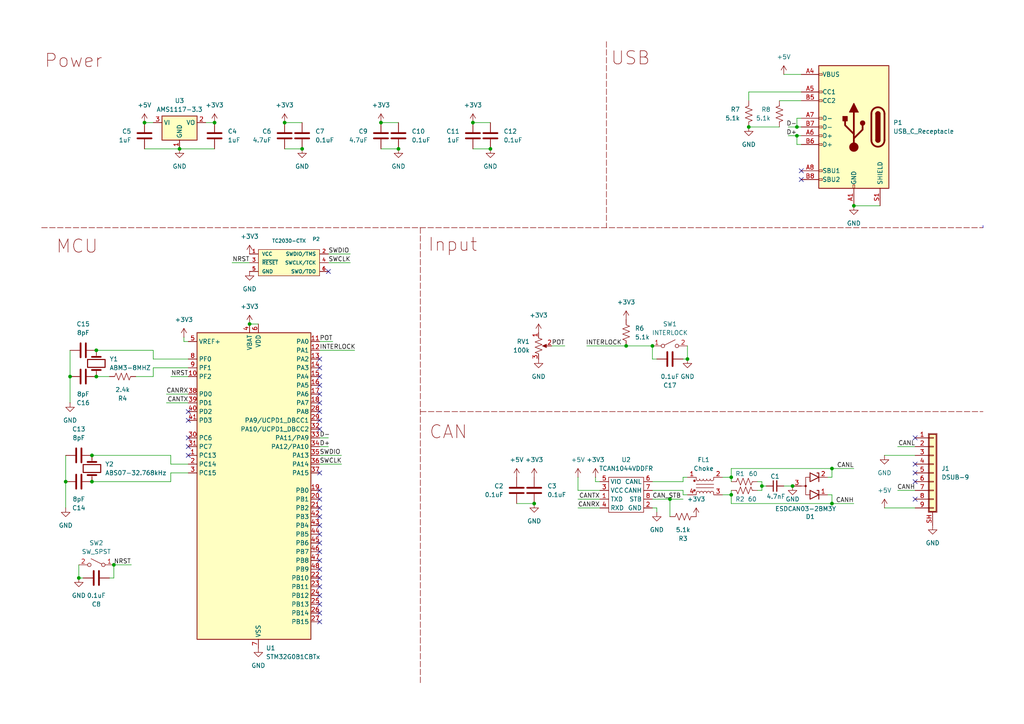
<source format=kicad_sch>
(kicad_sch (version 20231120) (generator "eeschema") (generator_version "8.0")
  (paper "A4")
  (title_block (title "Railspeeder Throttle Controller") (rev "v1") (company "UCSC Slugbotics") (comment 1 "::<>"))
  (lib_symbols
    (symbol "BlazeMicro:TC2030-CTX" (pin_names (offset 1.016))
      (property "Reference" "P" (at -1.27 -5.08 0))
      (property "Value" "TC2030-CTX" (at 0 5.08 0))
      (symbol "TC2030-CTX_0_1"
        (rectangle (start 8.89 3.81) (end -8.89 -3.81) (fill (type background)))
      )
      (symbol "TC2030-CTX_1_1"
        (pin passive line (at -11.43 2.54 0) (length 2.54) (name "VCC") (number "1"))
        (pin passive line (at 11.43 2.54 180) (length 2.54) (name "SWDIO/TMS") (number "2"))
        (pin passive line (at -11.43 0 0) (length 2.54) (name "~{RESET}") (number "3"))
        (pin passive line (at 11.43 0 180) (length 2.54) (name "SWCLK/TCK") (number "4"))
        (pin passive line (at -11.43 -2.54 0) (length 2.54) (name "GND") (number "5"))
        (pin passive line (at 11.43 -2.54 180) (length 2.54) (name "SWO/TDO") (number "6"))
      )
    )
    (symbol "Blaze_Lib:TCAN1044"
      (property "Reference" "U" (at 0 8.636 0))
      (property "Value" "TCAN1044VDDFR" (at -0.254 6.604 0))
      (symbol "TCAN1044_0_0"
        (pin output line (at -7.62 -1.27 0) (length 2.54) (name "TXD") (number "1"))
        (pin passive line (at 7.62 -3.81 180) (length 2.54) (name "GND") (number "2"))
        (pin power_in line (at -7.62 1.27 0) (length 2.54) (name "VCC") (number "3"))
        (pin input line (at -7.62 -3.81 0) (length 2.54) (name "RXD") (number "4"))
        (pin power_in line (at -7.62 3.81 0) (length 2.54) (name "VIO") (number "5"))
        (pin bidirectional line (at 7.62 3.81 180) (length 2.54) (name "CANL") (number "6"))
        (pin bidirectional line (at 7.62 1.27 180) (length 2.54) (name "CANH") (number "7"))
        (pin input line (at 7.62 -1.27 180) (length 2.54) (name "STB") (number "8"))
      )
      (symbol "TCAN1044_0_1"
        (rectangle (start -5.08 5.08) (end 5.08 -5.08))
      )
    )
    (symbol "Connector:USB_C_Receptacle_USB2.0_16P" (pin_names (offset 1.016))
      (property "Reference" "J" (at 0 22.225 0))
      (property "Value" "USB_C_Receptacle_USB2.0_16P" (at 0 19.685 0))
      (symbol "USB_C_Receptacle_USB2.0_16P_0_0"
        (rectangle (start -0.254 -17.78) (end 0.254 -16.764))
        (rectangle (start 10.16 -14.986) (end 9.144 -15.494))
        (rectangle (start 10.16 -12.446) (end 9.144 -12.954))
        (rectangle (start 10.16 -4.826) (end 9.144 -5.334))
        (rectangle (start 10.16 -2.286) (end 9.144 -2.794))
        (rectangle (start 10.16 0.254) (end 9.144 -0.254))
        (rectangle (start 10.16 2.794) (end 9.144 2.286))
        (rectangle (start 10.16 7.874) (end 9.144 7.366))
        (rectangle (start 10.16 10.414) (end 9.144 9.906))
        (rectangle (start 10.16 15.494) (end 9.144 14.986))
      )
      (symbol "USB_C_Receptacle_USB2.0_16P_0_1"
        (rectangle (start -10.16 17.78) (end 10.16 -17.78) (stroke (width 0.254)) (fill (type background)))
        (arc (start -8.89 -3.81) (mid -6.985 -5.7067) (end -5.08 -3.81) (stroke (width 0.508)))
        (arc (start -7.62 -3.81) (mid -6.985 -4.4423) (end -6.35 -3.81) (stroke (width 0.254)))
        (arc (start -7.62 -3.81) (mid -6.985 -4.4423) (end -6.35 -3.81) (stroke (width 0.254)) (fill (type outline)))
        (rectangle (start -7.62 -3.81) (end -6.35 3.81) (stroke (width 0.254)) (fill (type outline)))
        (arc (start -6.35 3.81) (mid -6.985 4.4423) (end -7.62 3.81) (stroke (width 0.254)))
        (arc (start -6.35 3.81) (mid -6.985 4.4423) (end -7.62 3.81) (stroke (width 0.254)) (fill (type outline)))
        (arc (start -5.08 3.81) (mid -6.985 5.7067) (end -8.89 3.81) (stroke (width 0.508)))
        (circle (center -2.54 1.143) (radius 0.635) (stroke (width 0.254)) (fill (type outline)))
        (circle (center 0 -5.842) (radius 1.27) (fill (type outline)))
        (polyline (pts (xy -8.89 -3.81) (xy -8.89 3.81)) (stroke (width 0.508)))
        (polyline (pts (xy -5.08 3.81) (xy -5.08 -3.81)) (stroke (width 0.508)))
        (polyline (pts (xy 0 -5.842) (xy 0 4.318)) (stroke (width 0.508)))
        (polyline (pts (xy 0 -3.302) (xy -2.54 -0.762) (xy -2.54 0.508)) (stroke (width 0.508)))
        (polyline (pts (xy 0 -2.032) (xy 2.54 0.508) (xy 2.54 1.778)) (stroke (width 0.508)))
        (polyline (pts (xy -1.27 4.318) (xy 0 6.858) (xy 1.27 4.318) (xy -1.27 4.318)) (stroke (width 0.254)) (fill (type outline)))
        (rectangle (start 1.905 1.778) (end 3.175 3.048) (stroke (width 0.254)) (fill (type outline)))
      )
      (symbol "USB_C_Receptacle_USB2.0_16P_1_1"
        (pin passive line (at 0 -22.86 90) (length 5.08) (name "GND") (number "A1"))
        (pin passive line (at 0 -22.86 90) (length 5.08) hide (name "GND") (number "A12"))
        (pin passive line (at 15.24 15.24 180) (length 5.08) (name "VBUS") (number "A4"))
        (pin bidirectional line (at 15.24 10.16 180) (length 5.08) (name "CC1") (number "A5"))
        (pin bidirectional line (at 15.24 -2.54 180) (length 5.08) (name "D+") (number "A6"))
        (pin bidirectional line (at 15.24 2.54 180) (length 5.08) (name "D-") (number "A7"))
        (pin bidirectional line (at 15.24 -12.7 180) (length 5.08) (name "SBU1") (number "A8"))
        (pin passive line (at 15.24 15.24 180) (length 5.08) hide (name "VBUS") (number "A9"))
        (pin passive line (at 0 -22.86 90) (length 5.08) hide (name "GND") (number "B1"))
        (pin passive line (at 0 -22.86 90) (length 5.08) hide (name "GND") (number "B12"))
        (pin passive line (at 15.24 15.24 180) (length 5.08) hide (name "VBUS") (number "B4"))
        (pin bidirectional line (at 15.24 7.62 180) (length 5.08) (name "CC2") (number "B5"))
        (pin bidirectional line (at 15.24 -5.08 180) (length 5.08) (name "D+") (number "B6"))
        (pin bidirectional line (at 15.24 0 180) (length 5.08) (name "D-") (number "B7"))
        (pin bidirectional line (at 15.24 -15.24 180) (length 5.08) (name "SBU2") (number "B8"))
        (pin passive line (at 15.24 15.24 180) (length 5.08) hide (name "VBUS") (number "B9"))
        (pin passive line (at -7.62 -22.86 90) (length 5.08) (name "SHIELD") (number "S1"))
      )
    )
    (symbol "Connector_Generic_Shielded:Conn_01x09_Shielded" (pin_names (offset 1.016) hide)
      (property "Reference" "J" (at 0.254 12.446 0))
      (property "Value" "Conn_01x09_Shielded" (at 1.016 -12.446 0))
      (symbol "Conn_01x09_Shielded_1_1"
        (rectangle (start -1.27 11.43) (end 1.27 -11.43) (stroke (width 0.1524)))
        (rectangle (start -1.016 -10.033) (end 0.254 -10.287) (stroke (width 0.1524)))
        (rectangle (start -1.016 -7.493) (end 0.254 -7.747) (stroke (width 0.1524)))
        (rectangle (start -1.016 -4.953) (end 0.254 -5.207) (stroke (width 0.1524)))
        (rectangle (start -1.016 -2.413) (end 0.254 -2.667) (stroke (width 0.1524)))
        (rectangle (start -1.016 0.127) (end 0.254 -0.127) (stroke (width 0.1524)))
        (rectangle (start -1.016 2.667) (end 0.254 2.413) (stroke (width 0.1524)))
        (rectangle (start -1.016 5.207) (end 0.254 4.953) (stroke (width 0.1524)))
        (rectangle (start -1.016 7.747) (end 0.254 7.493) (stroke (width 0.1524)))
        (rectangle (start -1.016 10.287) (end 0.254 10.033) (stroke (width 0.1524)))
        (rectangle (start -1.016 11.176) (end 1.016 -11.176) (stroke (width 0.254)) (fill (type background)))
        (pin passive line (at -5.08 10.16 0) (length 4.064) (name "Pin_1") (number "1"))
        (pin passive line (at -5.08 7.62 0) (length 4.064) (name "Pin_2") (number "2"))
        (pin passive line (at -5.08 5.08 0) (length 4.064) (name "Pin_3") (number "3"))
        (pin passive line (at -5.08 2.54 0) (length 4.064) (name "Pin_4") (number "4"))
        (pin passive line (at -5.08 0 0) (length 4.064) (name "Pin_5") (number "5"))
        (pin passive line (at -5.08 -2.54 0) (length 4.064) (name "Pin_6") (number "6"))
        (pin passive line (at -5.08 -5.08 0) (length 4.064) (name "Pin_7") (number "7"))
        (pin passive line (at -5.08 -7.62 0) (length 4.064) (name "Pin_8") (number "8"))
        (pin passive line (at -5.08 -10.16 0) (length 4.064) (name "Pin_9") (number "9"))
        (pin passive line (at 0 -15.24 90) (length 3.81) (name "Shield") (number "SH"))
      )
    )
    (symbol "Device:C" (pin_numbers hide) (pin_names (offset 0.254))
      (property "Reference" "C" (at 0.635 2.54 0))
      (property "Value" "C" (at 0.635 -2.54 0))
      (symbol "C_0_1"
        (polyline (pts (xy -2.032 -0.762) (xy 2.032 -0.762)) (stroke (width 0.508)))
        (polyline (pts (xy -2.032 0.762) (xy 2.032 0.762)) (stroke (width 0.508)))
      )
      (symbol "C_1_1"
        (pin passive line (at 0 3.81 270) (length 2.794) (name "~") (number "1"))
        (pin passive line (at 0 -3.81 90) (length 2.794) (name "~") (number "2"))
      )
    )
    (symbol "Device:C_Small" (pin_numbers hide) (pin_names (offset 0.254) hide)
      (property "Reference" "C" (at 0.254 1.778 0))
      (property "Value" "C_Small" (at 0.254 -2.032 0))
      (symbol "C_Small_0_1"
        (polyline (pts (xy -1.524 -0.508) (xy 1.524 -0.508)) (stroke (width 0.3302)))
        (polyline (pts (xy -1.524 0.508) (xy 1.524 0.508)) (stroke (width 0.3048)))
      )
      (symbol "C_Small_1_1"
        (pin passive line (at 0 2.54 270) (length 2.032) (name "~") (number "1"))
        (pin passive line (at 0 -2.54 90) (length 2.032) (name "~") (number "2"))
      )
    )
    (symbol "Device:Crystal" (pin_numbers hide) (pin_names (offset 1.016) hide)
      (property "Reference" "Y" (at 0 3.81 0))
      (property "Value" "Crystal" (at 0 -3.81 0))
      (symbol "Crystal_0_1"
        (rectangle (start -1.143 2.54) (end 1.143 -2.54) (stroke (width 0.3048)))
        (polyline (pts (xy -2.54 0) (xy -1.905 0)))
        (polyline (pts (xy -1.905 -1.27) (xy -1.905 1.27)) (stroke (width 0.508)))
        (polyline (pts (xy 1.905 -1.27) (xy 1.905 1.27)) (stroke (width 0.508)))
        (polyline (pts (xy 2.54 0) (xy 1.905 0)))
      )
      (symbol "Crystal_1_1"
        (pin passive line (at -3.81 0 0) (length 1.27) (name "1") (number "1"))
        (pin passive line (at 3.81 0 180) (length 1.27) (name "2") (number "2"))
      )
    )
    (symbol "Device:R_Potentiometer_US" (pin_names (offset 1.016) hide)
      (property "Reference" "RV" (at -4.445 0 90))
      (property "Value" "R_Potentiometer_US" (at -2.54 0 90))
      (symbol "R_Potentiometer_US_0_1"
        (polyline (pts (xy 0 -2.286) (xy 0 -2.54)))
        (polyline (pts (xy 0 2.54) (xy 0 2.286)))
        (polyline (pts (xy 2.54 0) (xy 1.524 0)))
        (polyline (pts (xy 1.143 0) (xy 2.286 0.508) (xy 2.286 -0.508) (xy 1.143 0)) (fill (type outline)))
        (polyline (pts (xy 0 -0.762) (xy 1.016 -1.143) (xy 0 -1.524) (xy -1.016 -1.905) (xy 0 -2.286)))
        (polyline (pts (xy 0 0.762) (xy 1.016 0.381) (xy 0 0) (xy -1.016 -0.381) (xy 0 -0.762)))
        (polyline (pts (xy 0 2.286) (xy 1.016 1.905) (xy 0 1.524) (xy -1.016 1.143) (xy 0 0.762)))
      )
      (symbol "R_Potentiometer_US_1_1"
        (pin passive line (at 0 3.81 270) (length 1.27) (name "1") (number "1"))
        (pin passive line (at 3.81 0 180) (length 1.27) (name "2") (number "2"))
        (pin passive line (at 0 -3.81 90) (length 1.27) (name "3") (number "3"))
      )
    )
    (symbol "Device:R_US" (pin_numbers hide) (pin_names (offset 0))
      (property "Reference" "R" (at 2.54 0 90))
      (property "Value" "R_US" (at -2.54 0 90))
      (symbol "R_US_0_1"
        (polyline (pts (xy 0 -2.286) (xy 0 -2.54)))
        (polyline (pts (xy 0 2.286) (xy 0 2.54)))
        (polyline (pts (xy 0 -0.762) (xy 1.016 -1.143) (xy 0 -1.524) (xy -1.016 -1.905) (xy 0 -2.286)))
        (polyline (pts (xy 0 0.762) (xy 1.016 0.381) (xy 0 0) (xy -1.016 -0.381) (xy 0 -0.762)))
        (polyline (pts (xy 0 2.286) (xy 1.016 1.905) (xy 0 1.524) (xy -1.016 1.143) (xy 0 0.762)))
      )
      (symbol "R_US_1_1"
        (pin passive line (at 0 3.81 270) (length 1.27) (name "~") (number "1"))
        (pin passive line (at 0 -3.81 90) (length 1.27) (name "~") (number "2"))
      )
    )
    (symbol "Filter:Choke_Coilcraft_0603USB-142" (pin_names (offset 0.254) hide)
      (property "Reference" "FL" (at 0 4.445 0))
      (property "Value" "Choke_Coilcraft_0603USB-142" (at 0 -4.445 0))
      (symbol "Choke_Coilcraft_0603USB-142_0_1"
        (circle (center -3.048 -1.27) (radius 0.254) (fill (type outline)))
        (circle (center -3.048 1.524) (radius 0.254) (fill (type outline)))
        (arc (start -2.54 2.032) (mid -2.032 1.5262) (end -1.524 2.032))
        (arc (start -1.524 -2.032) (mid -2.032 -1.5262) (end -2.54 -2.032))
        (arc (start -1.524 2.032) (mid -1.016 1.5262) (end -0.508 2.032))
        (arc (start -0.508 -2.032) (mid -1.016 -1.5262) (end -1.524 -2.032))
        (arc (start -0.508 2.032) (mid 0 1.5262) (end 0.508 2.032))
        (polyline (pts (xy -2.54 -2.032) (xy -2.54 -2.54)))
        (polyline (pts (xy -2.54 0.508) (xy 2.54 0.508)))
        (polyline (pts (xy -2.54 2.032) (xy -2.54 2.54)))
        (polyline (pts (xy 2.54 -2.032) (xy 2.54 -2.54)))
        (polyline (pts (xy 2.54 -0.508) (xy -2.54 -0.508)))
        (polyline (pts (xy 2.54 2.54) (xy 2.54 2.032)))
        (arc (start 0.508 -2.032) (mid 0 -1.5262) (end -0.508 -2.032))
        (arc (start 0.508 2.032) (mid 1.016 1.5262) (end 1.524 2.032))
        (arc (start 1.524 -2.032) (mid 1.016 -1.5262) (end 0.508 -2.032))
        (arc (start 1.524 2.032) (mid 2.032 1.5262) (end 2.54 2.032))
        (arc (start 2.54 -2.032) (mid 2.032 -1.5262) (end 1.524 -2.032))
      )
      (symbol "Choke_Coilcraft_0603USB-142_1_1"
        (pin passive line (at -5.08 2.54 0) (length 2.54) (name "1") (number "1"))
        (pin passive line (at 5.08 2.54 180) (length 2.54) (name "2") (number "2"))
        (pin passive line (at 5.08 -2.54 180) (length 2.54) (name "3") (number "3"))
        (pin passive line (at -5.08 -2.54 0) (length 2.54) (name "4") (number "4"))
      )
    )
    (symbol "MCU_ST_STM32G0:STM32G0B1CBTx"
      (property "Reference" "U" (at -15.24 46.99 0))
      (property "Value" "STM32G0B1CBTx" (at 5.08 46.99 0))
      (symbol "STM32G0B1CBTx_0_1"
        (rectangle (start -15.24 -43.18) (end 17.78 45.72) (stroke (width 0.254)) (fill (type background)))
      )
      (symbol "STM32G0B1CBTx_1_1"
        (pin bidirectional line (at -17.78 10.16 0) (length 2.54) (name "PC13") (number "1"))
        (pin bidirectional line (at -17.78 33.02 0) (length 2.54) (name "PF2") (number "10"))
        (pin bidirectional line (at 20.32 43.18 180) (length 2.54) (name "PA0") (number "11"))
        (pin bidirectional line (at 20.32 40.64 180) (length 2.54) (name "PA1") (number "12"))
        (pin bidirectional line (at 20.32 38.1 180) (length 2.54) (name "PA2") (number "13"))
        (pin bidirectional line (at 20.32 35.56 180) (length 2.54) (name "PA3") (number "14"))
        (pin bidirectional line (at 20.32 33.02 180) (length 2.54) (name "PA4") (number "15"))
        (pin bidirectional line (at 20.32 30.48 180) (length 2.54) (name "PA5") (number "16"))
        (pin bidirectional line (at 20.32 27.94 180) (length 2.54) (name "PA6") (number "17"))
        (pin bidirectional line (at 20.32 25.4 180) (length 2.54) (name "PA7") (number "18"))
        (pin bidirectional line (at 20.32 0 180) (length 2.54) (name "PB0") (number "19"))
        (pin bidirectional line (at -17.78 7.62 0) (length 2.54) (name "PC14") (number "2"))
        (pin bidirectional line (at 20.32 -2.54 180) (length 2.54) (name "PB1") (number "20"))
        (pin bidirectional line (at 20.32 -5.08 180) (length 2.54) (name "PB2") (number "21"))
        (pin bidirectional line (at 20.32 -25.4 180) (length 2.54) (name "PB10") (number "22"))
        (pin bidirectional line (at 20.32 -27.94 180) (length 2.54) (name "PB11") (number "23"))
        (pin bidirectional line (at 20.32 -30.48 180) (length 2.54) (name "PB12") (number "24"))
        (pin bidirectional line (at 20.32 -33.02 180) (length 2.54) (name "PB13") (number "25"))
        (pin bidirectional line (at 20.32 -35.56 180) (length 2.54) (name "PB14") (number "26"))
        (pin bidirectional line (at 20.32 -38.1 180) (length 2.54) (name "PB15") (number "27"))
        (pin bidirectional line (at 20.32 22.86 180) (length 2.54) (name "PA8") (number "28"))
        (pin bidirectional line (at 20.32 20.32 180) (length 2.54) (name "PA9/UCPD1_DBCC1") (number "29"))
        (pin bidirectional line (at -17.78 5.08 0) (length 2.54) (name "PC15") (number "3"))
        (pin bidirectional line (at -17.78 15.24 0) (length 2.54) (name "PC6") (number "30"))
        (pin bidirectional line (at -17.78 12.7 0) (length 2.54) (name "PC7") (number "31"))
        (pin bidirectional line (at 20.32 17.78 180) (length 2.54) (name "PA10/UCPD1_DBCC2") (number "32"))
        (pin bidirectional line (at 20.32 15.24 180) (length 2.54) (name "PA11/PA9") (number "33"))
        (pin bidirectional line (at 20.32 12.7 180) (length 2.54) (name "PA12/PA10") (number "34"))
        (pin bidirectional line (at 20.32 10.16 180) (length 2.54) (name "PA13") (number "35"))
        (pin bidirectional line (at 20.32 7.62 180) (length 2.54) (name "PA14") (number "36"))
        (pin bidirectional line (at 20.32 5.08 180) (length 2.54) (name "PA15") (number "37"))
        (pin bidirectional line (at -17.78 27.94 0) (length 2.54) (name "PD0") (number "38"))
        (pin bidirectional line (at -17.78 25.4 0) (length 2.54) (name "PD1") (number "39"))
        (pin power_in line (at 0 48.26 270) (length 2.54) (name "VBAT") (number "4"))
        (pin bidirectional line (at -17.78 22.86 0) (length 2.54) (name "PD2") (number "40"))
        (pin bidirectional line (at -17.78 20.32 0) (length 2.54) (name "PD3") (number "41"))
        (pin bidirectional line (at 20.32 -7.62 180) (length 2.54) (name "PB3") (number "42"))
        (pin bidirectional line (at 20.32 -10.16 180) (length 2.54) (name "PB4") (number "43"))
        (pin bidirectional line (at 20.32 -12.7 180) (length 2.54) (name "PB5") (number "44"))
        (pin bidirectional line (at 20.32 -15.24 180) (length 2.54) (name "PB6") (number "45"))
        (pin bidirectional line (at 20.32 -17.78 180) (length 2.54) (name "PB7") (number "46"))
        (pin bidirectional line (at 20.32 -20.32 180) (length 2.54) (name "PB8") (number "47"))
        (pin bidirectional line (at 20.32 -22.86 180) (length 2.54) (name "PB9") (number "48"))
        (pin input line (at -17.78 43.18 0) (length 2.54) (name "VREF+") (number "5"))
        (pin power_in line (at 2.54 48.26 270) (length 2.54) (name "VDD") (number "6"))
        (pin power_in line (at 2.54 -45.72 90) (length 2.54) (name "VSS") (number "7"))
        (pin bidirectional line (at -17.78 38.1 0) (length 2.54) (name "PF0") (number "8"))
        (pin bidirectional line (at -17.78 35.56 0) (length 2.54) (name "PF1") (number "9"))
      )
    )
    (symbol "Power_Protection:RCLAMP0582B" (pin_names hide)
      (property "Reference" "D" (at 0 5.08 0))
      (property "Value" "RCLAMP0582B" (at 0 -5.08 0))
      (symbol "RCLAMP0582B_0_1"
        (polyline (pts (xy -2.54 0) (xy -1.27 0)))
        (polyline (pts (xy -1.27 2.54) (xy -1.27 -2.54)))
        (polyline (pts (xy 0 2.54) (xy -1.27 2.54)) (stroke (width 0.1524)))
        (polyline (pts (xy 2.54 3.81) (xy 2.54 1.27) (xy 2.032 1.27)) (stroke (width 0.254)))
        (polyline (pts (xy 0 1.27) (xy 0 3.81) (xy 2.54 2.54) (xy 0 1.27)) (stroke (width 0.254)))
        (pin passive line (at -5.08 0 0) (length 2.54) (name "A") (number "3"))
      )
      (symbol "RCLAMP0582B_1_1"
        (circle (center -1.27 0) (radius 0.254) (fill (type outline)))
        (polyline (pts (xy 0 -2.54) (xy -1.27 -2.54)) (stroke (width 0.1524)))
        (polyline (pts (xy 2.54 -1.27) (xy 2.54 -3.81) (xy 2.032 -3.81)) (stroke (width 0.254)))
        (polyline (pts (xy 0 -3.81) (xy 0 -1.27) (xy 2.54 -2.54) (xy 0 -3.81)) (stroke (width 0.254)))
        (pin passive line (at 5.08 2.54 180) (length 2.54) (name "K1") (number "1"))
        (pin passive line (at 5.08 -2.54 180) (length 2.54) (name "K2") (number "2"))
      )
    )
    (symbol "Regulator_Linear:AMS1117-3.3"
      (property "Reference" "U" (at -3.81 3.175 0))
      (property "Value" "AMS1117-3.3" (at 0 3.175 0))
      (symbol "AMS1117-3.3_0_1"
        (rectangle (start -5.08 -5.08) (end 5.08 1.905) (stroke (width 0.254)) (fill (type background)))
      )
      (symbol "AMS1117-3.3_1_1"
        (pin power_in line (at 0 -7.62 90) (length 2.54) (name "GND") (number "1"))
        (pin power_out line (at 7.62 0 180) (length 2.54) (name "VO") (number "2"))
        (pin power_in line (at -7.62 0 0) (length 2.54) (name "VI") (number "3"))
      )
    )
    (symbol "Switch:SW_SPST" (pin_names (offset 0) hide)
      (property "Reference" "SW" (at 0 3.175 0))
      (property "Value" "SW_SPST" (at 0 -2.54 0))
      (symbol "SW_SPST_0_0"
        (circle (center -2.032 0) (radius 0.508))
        (polyline (pts (xy -1.524 0.254) (xy 1.524 1.778)))
        (circle (center 2.032 0) (radius 0.508))
      )
      (symbol "SW_SPST_1_1"
        (pin passive line (at -5.08 0 0) (length 2.54) (name "A") (number "1"))
        (pin passive line (at 5.08 0 180) (length 2.54) (name "B") (number "2"))
      )
    )
    (symbol "power:+3V3" (power) (pin_numbers hide) (pin_names (offset 0) hide)
      (property "Value" "+3V3" (at 0 3.556 0))
      (symbol "+3V3_0_1"
        (polyline (pts (xy -0.762 1.27) (xy 0 2.54)))
        (polyline (pts (xy 0 0) (xy 0 2.54)))
        (polyline (pts (xy 0 2.54) (xy 0.762 1.27)))
      )
      (symbol "+3V3_1_1"
        (pin power_in line (at 0 0 90) (length 0) (name "~") (number "1"))
      )
    )
    (symbol "power:+5V" (power) (pin_numbers hide) (pin_names (offset 0) hide)
      (property "Value" "+5V" (at 0 3.556 0))
      (symbol "+5V_0_1"
        (polyline (pts (xy -0.762 1.27) (xy 0 2.54)))
        (polyline (pts (xy 0 0) (xy 0 2.54)))
        (polyline (pts (xy 0 2.54) (xy 0.762 1.27)))
      )
      (symbol "+5V_1_1"
        (pin power_in line (at 0 0 90) (length 0) (name "~") (number "1"))
      )
    )
    (symbol "power:GND" (power) (pin_numbers hide) (pin_names (offset 0) hide)
      (property "Value" "GND" (at 0 -3.81 0))
      (symbol "GND_0_1"
        (polyline (pts (xy 0 0) (xy 0 -1.27) (xy 1.27 -1.27) (xy 0 -2.54) (xy -1.27 -1.27) (xy 0 -1.27)))
      )
      (symbol "GND_1_1"
        (pin power_in line (at 0 0 270) (length 0) (name "~") (number "1"))
      )
    )
  )
  (junction (at 142.24 43.18))
  (junction (at 212.09 143.51))
  (junction (at 194.31 144.78))
  (junction (at 181.61 100.33))
  (junction (at 41.91 35.56))
  (junction (at 199.39 104.14))
  (junction (at 137.16 35.56))
  (junction (at 22.86 167.64))
  (junction (at 231.14 36.83))
  (junction (at 72.39 93.98))
  (junction (at 115.57 43.18))
  (junction (at 20.32 109.22))
  (junction (at 62.23 35.56))
  (junction (at 229.87 140.97))
  (junction (at 241.3 135.89))
  (junction (at 19.05 139.7))
  (junction (at 27.94 101.6))
  (junction (at 212.09 138.43))
  (junction (at 231.14 39.37))
  (junction (at 82.55 35.56))
  (junction (at 33.02 163.83))
  (junction (at 241.3 146.05))
  (junction (at 27.94 109.22))
  (junction (at 87.63 43.18))
  (junction (at 26.67 139.7))
  (junction (at 154.94 146.05))
  (junction (at 52.07 43.18))
  (junction (at 217.17 36.83))
  (junction (at 110.49 35.56))
  (junction (at 26.67 132.08))
  (junction (at 247.65 59.69))
  (junction (at 189.23 100.33))
  (junction (at 220.98 140.97))
  (no_connect (at 92.71 137.16))
  (no_connect (at 92.71 177.8))
  (no_connect (at 92.71 172.72))
  (no_connect (at 265.43 139.7))
  (no_connect (at 92.71 160.02))
  (no_connect (at 92.71 104.14))
  (no_connect (at 92.71 180.34))
  (no_connect (at 232.41 52.07))
  (no_connect (at 54.61 129.54))
  (no_connect (at 92.71 152.4))
  (no_connect (at 92.71 121.92))
  (no_connect (at 265.43 144.78))
  (no_connect (at 92.71 167.64))
  (no_connect (at 92.71 114.3))
  (no_connect (at 92.71 106.68))
  (no_connect (at 92.71 144.78))
  (no_connect (at 54.61 132.08))
  (no_connect (at 92.71 154.94))
  (no_connect (at 92.71 149.86))
  (no_connect (at 92.71 124.46))
  (no_connect (at 92.71 109.22))
  (no_connect (at 265.43 134.62))
  (no_connect (at 265.43 137.16))
  (no_connect (at 92.71 147.32))
  (no_connect (at 92.71 116.84))
  (no_connect (at 54.61 119.38))
  (no_connect (at 92.71 162.56))
  (no_connect (at 232.41 49.53))
  (no_connect (at 92.71 165.1))
  (no_connect (at 92.71 157.48))
  (no_connect (at 95.25 78.74))
  (no_connect (at 92.71 119.38))
  (no_connect (at 92.71 170.18))
  (no_connect (at 54.61 127))
  (no_connect (at 92.71 111.76))
  (no_connect (at 265.43 127))
  (no_connect (at 54.61 121.92))
  (no_connect (at 92.71 142.24))
  (no_connect (at 92.71 175.26))
  (wire (pts (xy 190.5 147.32) (xy 189.23 147.32)))
  (wire (pts (xy 212.09 146.05) (xy 241.3 146.05)))
  (wire (pts (xy 72.39 93.98) (xy 74.93 93.98)))
  (wire (pts (xy 95.25 76.2) (xy 101.6 76.2)))
  (wire (pts (xy 48.26 114.3) (xy 54.61 114.3)))
  (wire (pts (xy 181.61 100.33) (xy 189.23 100.33)))
  (wire (pts (xy 189.23 104.14) (xy 189.23 100.33)))
  (wire (pts (xy 255.27 59.69) (xy 247.65 59.69)))
  (wire (pts (xy 92.71 101.6) (xy 102.87 101.6)))
  (wire (pts (xy 172.72 139.7) (xy 173.99 139.7)))
  (wire (pts (xy 39.37 109.22) (xy 44.45 109.22)))
  (polyline (pts (xy 285.115 65.405) (xy 285.115 66.04)))
  (wire (pts (xy 231.14 39.37) (xy 232.41 39.37)))
  (wire (pts (xy 209.55 143.51) (xy 212.09 143.51)))
  (wire (pts (xy 212.09 138.43) (xy 212.09 139.7)))
  (wire (pts (xy 240.03 143.51) (xy 241.3 143.51)))
  (wire (pts (xy 38.1 163.83) (xy 33.02 163.83)))
  (wire (pts (xy 62.23 35.56) (xy 59.69 35.56)))
  (wire (pts (xy 54.61 106.68) (xy 44.45 106.68)))
  (wire (pts (xy 49.53 109.22) (xy 54.61 109.22)))
  (wire (pts (xy 212.09 135.89) (xy 241.3 135.89)))
  (wire (pts (xy 48.26 116.84) (xy 54.61 116.84)))
  (wire (pts (xy 220.98 140.97) (xy 222.25 140.97)))
  (wire (pts (xy 49.53 134.62) (xy 54.61 134.62)))
  (wire (pts (xy 95.25 73.66) (xy 101.6 73.66)))
  (wire (pts (xy 209.55 138.43) (xy 212.09 138.43)))
  (wire (pts (xy 190.5 104.14) (xy 189.23 104.14)))
  (wire (pts (xy 137.16 35.56) (xy 142.24 35.56)))
  (wire (pts (xy 198.12 142.24) (xy 198.12 143.51)))
  (polyline (pts (xy 121.92 119.38) (xy 285.115 119.38)) (stroke (width 0) (type dash) (color 132 0 0 1)))
  (wire (pts (xy 212.09 143.51) (xy 212.09 146.05)))
  (wire (pts (xy 27.94 109.22) (xy 31.75 109.22)))
  (wire (pts (xy 167.64 142.24) (xy 167.64 138.43)))
  (wire (pts (xy 194.31 144.78) (xy 198.12 144.78)))
  (wire (pts (xy 189.23 139.7) (xy 198.12 139.7)))
  (wire (pts (xy 212.09 143.51) (xy 212.09 142.24)))
  (wire (pts (xy 19.05 147.32) (xy 19.05 139.7)))
  (wire (pts (xy 82.55 35.56) (xy 87.63 35.56)))
  (wire (pts (xy 232.41 41.91) (xy 231.14 41.91)))
  (wire (pts (xy 44.45 106.68) (xy 44.45 109.22)))
  (wire (pts (xy 241.3 138.43) (xy 241.3 135.89)))
  (wire (pts (xy 167.64 144.78) (xy 173.99 144.78)))
  (wire (pts (xy 231.14 36.83) (xy 232.41 36.83)))
  (wire (pts (xy 194.31 144.78) (xy 194.31 149.86)))
  (wire (pts (xy 44.45 104.14) (xy 54.61 104.14)))
  (polyline (pts (xy 175.895 12.065) (xy 175.895 66.04)) (stroke (width 0) (type dash) (color 132 0 0 1)))
  (wire (pts (xy 53.34 99.06) (xy 53.34 97.79)))
  (wire (pts (xy 92.71 134.62) (xy 99.06 134.62)))
  (wire (pts (xy 212.09 138.43) (xy 212.09 135.89)))
  (wire (pts (xy 219.71 142.24) (xy 220.98 142.24)))
  (wire (pts (xy 241.3 146.05) (xy 247.65 146.05)))
  (wire (pts (xy 19.05 132.08) (xy 19.05 139.7)))
  (wire (pts (xy 240.03 138.43) (xy 241.3 138.43)))
  (wire (pts (xy 198.12 104.14) (xy 199.39 104.14)))
  (wire (pts (xy 49.53 132.08) (xy 26.67 132.08)))
  (wire (pts (xy 20.32 101.6) (xy 20.32 109.22)))
  (wire (pts (xy 198.12 143.51) (xy 199.39 143.51)))
  (wire (pts (xy 33.02 167.64) (xy 33.02 163.83)))
  (wire (pts (xy 231.14 36.83) (xy 228.6 36.83)))
  (wire (pts (xy 226.06 36.83) (xy 217.17 36.83)))
  (wire (pts (xy 92.71 132.08) (xy 99.06 132.08)))
  (wire (pts (xy 110.49 43.18) (xy 115.57 43.18)))
  (wire (pts (xy 110.49 35.56) (xy 115.57 35.56)))
  (wire (pts (xy 232.41 29.21) (xy 226.06 29.21)))
  (wire (pts (xy 217.17 29.21) (xy 217.17 26.67)))
  (wire (pts (xy 52.07 43.18) (xy 62.23 43.18)))
  (wire (pts (xy 189.23 144.78) (xy 194.31 144.78)))
  (wire (pts (xy 170.18 100.33) (xy 181.61 100.33)))
  (wire (pts (xy 227.33 21.59) (xy 232.41 21.59)))
  (wire (pts (xy 260.35 129.54) (xy 265.43 129.54)))
  (wire (pts (xy 92.71 99.06) (xy 96.52 99.06)))
  (wire (pts (xy 256.54 147.32) (xy 265.43 147.32)))
  (wire (pts (xy 190.5 148.59) (xy 190.5 147.32)))
  (wire (pts (xy 149.86 146.05) (xy 154.94 146.05)))
  (wire (pts (xy 173.99 142.24) (xy 167.64 142.24)))
  (wire (pts (xy 189.23 142.24) (xy 198.12 142.24)))
  (wire (pts (xy 49.53 137.16) (xy 49.53 139.7)))
  (wire (pts (xy 82.55 43.18) (xy 87.63 43.18)))
  (wire (pts (xy 160.02 100.33) (xy 163.83 100.33)))
  (wire (pts (xy 220.98 142.24) (xy 220.98 140.97)))
  (wire (pts (xy 167.64 147.32) (xy 173.99 147.32)))
  (wire (pts (xy 260.35 142.24) (xy 265.43 142.24)))
  (wire (pts (xy 49.53 134.62) (xy 49.53 132.08)))
  (wire (pts (xy 67.31 76.2) (xy 72.39 76.2)))
  (polyline (pts (xy 121.92 66.04) (xy 121.92 198.12)) (stroke (width 0) (type dash) (color 132 0 0 1)))
  (wire (pts (xy 198.12 139.7) (xy 198.12 138.43)))
  (wire (pts (xy 241.3 143.51) (xy 241.3 146.05)))
  (wire (pts (xy 53.34 99.06) (xy 54.61 99.06)))
  (wire (pts (xy 241.3 135.89) (xy 247.65 135.89)))
  (wire (pts (xy 22.86 167.64) (xy 22.86 163.83)))
  (polyline (pts (xy 12.065 66.04) (xy 285.115 66.04)) (stroke (width 0) (type dash) (color 132 0 0 1)))
  (wire (pts (xy 49.53 137.16) (xy 54.61 137.16)))
  (wire (pts (xy 92.71 127) (xy 95.25 127)))
  (wire (pts (xy 231.14 39.37) (xy 228.6 39.37)))
  (wire (pts (xy 256.54 132.08) (xy 265.43 132.08)))
  (wire (pts (xy 217.17 26.67) (xy 232.41 26.67)))
  (wire (pts (xy 41.91 35.56) (xy 44.45 35.56)))
  (wire (pts (xy 232.41 34.29) (xy 231.14 34.29)))
  (wire (pts (xy 198.12 138.43) (xy 199.39 138.43)))
  (wire (pts (xy 137.16 43.18) (xy 142.24 43.18)))
  (wire (pts (xy 31.75 167.64) (xy 33.02 167.64)))
  (wire (pts (xy 231.14 34.29) (xy 231.14 36.83)))
  (wire (pts (xy 44.45 101.6) (xy 44.45 104.14)))
  (wire (pts (xy 92.71 129.54) (xy 95.25 129.54)))
  (wire (pts (xy 172.72 138.43) (xy 172.72 139.7)))
  (wire (pts (xy 41.91 43.18) (xy 52.07 43.18)))
  (wire (pts (xy 231.14 41.91) (xy 231.14 39.37)))
  (wire (pts (xy 20.32 116.84) (xy 20.32 109.22)))
  (wire (pts (xy 220.98 139.7) (xy 220.98 140.97)))
  (wire (pts (xy 219.71 139.7) (xy 220.98 139.7)))
  (wire (pts (xy 27.94 101.6) (xy 44.45 101.6)))
  (wire (pts (xy 227.33 140.97) (xy 229.87 140.97)))
  (wire (pts (xy 199.39 104.14) (xy 199.39 100.33)))
  (wire (pts (xy 49.53 139.7) (xy 26.67 139.7)))
  (wire (pts (xy 24.13 167.64) (xy 22.86 167.64)))
  (text "USB" (at 182.88 17.018 0) (effects (font (size 3.81 3.81))))
  (text "MCU" (at 22.352 71.628 0) (effects (font (size 3.81 3.81))))
  (text "Input" (at 131.318 71.12 0) (effects (font (size 3.81 3.81))))
  (text "Power" (at 21.336 17.78 0) (effects (font (size 3.81 3.81))))
  (text "CAN" (at 130.048 125.476 0) (effects (font (size 3.81 3.81))))
  (label "CANTX" (at 173.99 144.78 180))
  (label "CANRX" (at 173.99 147.32 180))
  (label "CANH" (at 247.65 146.05 180))
  (label "NRST" (at 54.61 109.22 180))
  (label "CANTX" (at 54.61 116.84 180))
  (label "CANL" (at 265.43 129.54 180))
  (label "POT" (at 160.02 100.33 0))
  (label "SWCLK" (at 92.71 134.62 0))
  (label "D+" (at 231.14 39.37 180))
  (label "INTERLOCK" (at 92.71 101.6 0))
  (label "POT" (at 92.71 99.06 0))
  (label "NRST" (at 33.02 163.83 0))
  (label "CANRX" (at 54.61 114.3 180))
  (label "D+" (at 92.71 129.54 0))
  (label "SWCLK" (at 95.25 76.2 0))
  (label "SWDIO" (at 92.71 132.08 0))
  (label "D-" (at 92.71 127 0))
  (label "CAN_STB" (at 189.23 144.78 0))
  (label "CANL" (at 247.65 135.89 180))
  (label "D-" (at 231.14 36.83 180))
  (label "CANH" (at 265.43 142.24 180))
  (label "SWDIO" (at 95.25 73.66 0))
  (label "NRST" (at 72.39 76.2 180))
  (label "INTERLOCK" (at 180.34 100.33 180))
  (symbol (lib_id "power:+3V3") (at 154.94 138.43 0) (unit 1)
    (property "Reference" "#PWR02" (effects (hide yes)))
    (property "Value" "+3V3" (at 154.94 133.35 0))
    (property "Description" "Power symbol creates a global label with name \"+3V3\"" (effects (hide yes)))
  )
  (symbol (lib_id "Device:C") (at 115.57 39.37 0) (unit 1)
    (property "Reference" "C10" (at 119.38 38.0999 0) (effects (justify left)))
    (property "Value" "0.1uF" (at 119.38 40.6399 0) (effects (justify left)))
    (property "Footprint" "Capacitor_SMD:C_0603_1608Metric" (effects (hide yes)))
    (property "Description" "Unpolarized capacitor" (effects (hide yes)))
  )
  (symbol (lib_id "power:GND") (at 20.32 116.84 0) (unit 1)
    (property "Reference" "#PWR020" (effects (hide yes)))
    (property "Value" "GND" (at 20.32 121.92 0))
    (property "Description" "Power symbol creates a global label with name \"GND\" , ground" (effects (hide yes)))
  )
  (symbol (lib_id "power:+3V3") (at 62.23 35.56 0) (unit 1)
    (property "Reference" "#PWR013" (effects (hide yes)))
    (property "Value" "+3V3" (at 62.23 30.48 0))
    (property "Description" "Power symbol creates a global label with name \"+3V3\"" (effects (hide yes)))
  )
  (symbol (lib_id "power:+3V3") (at 149.86 138.43 0) (unit 1)
    (property "Reference" "#PWR01" (effects (hide yes)))
    (property "Value" "+5V" (at 149.86 133.35 0))
    (property "Description" "Power symbol creates a global label with name \"+3V3\"" (effects (hide yes)))
  )
  (symbol (lib_id "Device:C") (at 27.94 167.64 90) (unit 1)
    (property "Reference" "C8" (at 27.94 175.26 90))
    (property "Value" "0.1uF" (at 27.94 172.72 90))
    (property "Description" "Unpolarized capacitor" (effects (hide yes)))
  )
  (symbol (lib_id "power:GND") (at 19.05 147.32 0) (unit 1)
    (property "Reference" "#PWR021" (effects (hide yes)))
    (property "Value" "GND" (at 19.05 152.4 0))
    (property "Description" "Power symbol creates a global label with name \"GND\" , ground" (effects (hide yes)))
  )
  (symbol (lib_id "Device:C") (at 82.55 39.37 0) (mirror y) (unit 1)
    (property "Reference" "C6" (at 78.74 38.0999 0) (effects (justify left)))
    (property "Value" "4.7uF" (at 78.74 40.6399 0) (effects (justify left)))
    (property "Footprint" "Capacitor_SMD:C_0603_1608Metric" (effects (hide yes)))
    (property "Description" "Unpolarized capacitor" (effects (hide yes)))
  )
  (symbol (lib_id "Device:R_US") (at 215.9 142.24 90) (mirror x) (unit 1)
    (property "Reference" "R2" (at 214.63 144.78 90))
    (property "Value" "60" (at 218.186 144.78 90))
    (property "Footprint" "Resistor_SMD:R_0603_1608Metric" (effects (hide yes)))
    (property "Description" "Resistor, US symbol" (effects (hide yes)))
  )
  (symbol (lib_id "Device:R_Potentiometer_US") (at 156.21 100.33 0) (unit 1)
    (property "Reference" "RV1" (at 153.67 99.0599 0) (effects (justify right)))
    (property "Value" "100k" (at 153.67 101.5999 0) (effects (justify right)))
    (property "Description" "Potentiometer, US symbol" (effects (hide yes)))
  )
  (symbol (lib_id "Device:C") (at 41.91 39.37 0) (mirror y) (unit 1)
    (property "Reference" "C5" (at 38.1 38.0999 0) (effects (justify left)))
    (property "Value" "1uF" (at 38.1 40.6399 0) (effects (justify left)))
    (property "Description" "Unpolarized capacitor" (effects (hide yes)))
  )
  (symbol (lib_id "Device:Crystal") (at 27.94 105.41 90) (unit 1)
    (property "Reference" "Y1" (at 31.75 104.1399 90) (effects (justify right)))
    (property "Value" "ABM3-8MHZ" (at 31.75 106.6799 90) (effects (justify right)))
    (property "Description" "Two pin crystal" (effects (hide yes)))
  )
  (symbol (lib_id "Device:C") (at 24.13 101.6 270) (unit 1)
    (property "Reference" "C15" (at 24.13 93.98 90))
    (property "Value" "8pF" (at 24.13 96.52 90))
    (property "Description" "Unpolarized capacitor" (effects (hide yes)))
  )
  (symbol (lib_id "power:GND") (at 217.17 36.83 0) (mirror y) (unit 1)
    (property "Reference" "#PWR030" (effects (hide yes)))
    (property "Value" "GND" (at 217.17 41.91 0))
    (property "Description" "Power symbol creates a global label with name \"GND\" , ground" (effects (hide yes)))
  )
  (symbol (lib_id "power:+3V3") (at 72.39 93.98 0) (unit 1)
    (property "Reference" "#PWR017" (effects (hide yes)))
    (property "Value" "+3V3" (at 72.39 88.9 0))
    (property "Description" "Power symbol creates a global label with name \"+3V3\"" (effects (hide yes)))
  )
  (symbol (lib_id "power:+3V3") (at 256.54 147.32 0) (unit 1)
    (property "Reference" "#PWR09" (effects (hide yes)))
    (property "Value" "+5V" (at 256.54 142.24 0))
    (property "Description" "Power symbol creates a global label with name \"+3V3\"" (effects (hide yes)))
  )
  (symbol (lib_id "power:GND") (at 115.57 43.18 0) (unit 1)
    (property "Reference" "#PWR033" (effects (hide yes)))
    (property "Value" "GND" (at 115.57 48.26 0))
    (property "Description" "Power symbol creates a global label with name \"GND\" , ground" (effects (hide yes)))
  )
  (symbol (lib_id "Device:C") (at 149.86 142.24 0) (mirror y) (unit 1)
    (property "Reference" "C2" (at 146.05 140.9699 0) (effects (justify left)))
    (property "Value" "0.1uF" (at 146.05 143.5099 0) (effects (justify left)))
    (property "Footprint" "Capacitor_SMD:C_0603_1608Metric" (effects (hide yes)))
    (property "Description" "Unpolarized capacitor" (effects (hide yes)))
  )
  (symbol (lib_id "power:+3V3") (at 110.49 35.56 0) (unit 1)
    (property "Reference" "#PWR032" (effects (hide yes)))
    (property "Value" "+3V3" (at 110.49 30.48 0))
    (property "Description" "Power symbol creates a global label with name \"+3V3\"" (effects (hide yes)))
  )
  (symbol (lib_id "Device:Crystal") (at 26.67 135.89 90) (unit 1)
    (property "Reference" "Y2" (at 30.48 134.6199 90) (effects (justify right)))
    (property "Value" "ABS07-32.768kHz" (at 30.48 137.1599 90) (effects (justify right)))
    (property "Description" "Two pin crystal" (effects (hide yes)))
  )
  (symbol (lib_id "power:+3V3") (at 82.55 35.56 0) (unit 1)
    (property "Reference" "#PWR023" (effects (hide yes)))
    (property "Value" "+3V3" (at 82.55 30.48 0))
    (property "Description" "Power symbol creates a global label with name \"+3V3\"" (effects (hide yes)))
  )
  (symbol (lib_id "power:GND") (at 74.93 187.96 0) (unit 1)
    (property "Reference" "#PWR018" (effects (hide yes)))
    (property "Value" "GND" (at 74.93 193.04 0))
    (property "Description" "Power symbol creates a global label with name \"GND\" , ground" (effects (hide yes)))
  )
  (symbol (lib_id "Connector:USB_C_Receptacle_USB2.0_16P") (at 247.65 36.83 0) (mirror y) (unit 1)
    (property "Reference" "P1" (at 259.08 35.5599 0) (effects (justify right)))
    (property "Value" "USB_C_Receptacle" (at 259.08 38.0999 0) (effects (justify right)))
    (property "Footprint" "Connector_USB:USB_C_Receptacle_HCTL_HC-TYPE-C-16P-01A" (effects (hide yes)))
    (property "Datasheet" "https://www.usb.org/sites/default/files/documents/usb_type-c.zip" (effects (hide yes)))
    (property "Description" "USB 2.0-only 16P Type-C Receptacle connector" (effects (hide yes)))
  )
  (symbol (lib_id "power:GND") (at 229.87 140.97 0) (unit 1)
    (property "Reference" "#PWR05" (effects (hide yes)))
    (property "Value" "GND" (at 229.87 144.78 0))
    (property "Description" "Power symbol creates a global label with name \"GND\" , ground" (effects (hide yes)))
  )
  (symbol (lib_id "Device:C") (at 62.23 39.37 0) (unit 1)
    (property "Reference" "C4" (at 66.04 38.0999 0) (effects (justify left)))
    (property "Value" "1uF" (at 66.04 40.6399 0) (effects (justify left)))
    (property "Description" "Unpolarized capacitor" (effects (hide yes)))
  )
  (symbol (lib_id "power:+3V3") (at 72.39 73.66 0) (unit 1)
    (property "Reference" "#PWR024" (effects (hide yes)))
    (property "Value" "+3V3" (at 72.39 68.58 0))
    (property "Description" "Power symbol creates a global label with name \"+3V3\"" (effects (hide yes)))
  )
  (symbol (lib_id "Device:R_US") (at 226.06 33.02 0) (mirror y) (unit 1)
    (property "Reference" "R8" (at 223.52 31.7499 0) (effects (justify left)))
    (property "Value" "5.1k" (at 223.52 34.2899 0) (effects (justify left)))
    (property "Footprint" "Resistor_SMD:R_0603_1608Metric" (effects (hide yes)))
    (property "Description" "Resistor, US symbol" (effects (hide yes)))
  )
  (symbol (lib_id "Blaze_Lib:TCAN1044") (at 181.61 143.51 0) (unit 1)
    (property "Reference" "U2" (at 181.61 133.35 0))
    (property "Value" "TCAN1044VDDFR" (at 181.61 135.89 0))
    (property "Footprint" "Package_SON:Texas_S-PVSON-N8" (effects (hide yes)))
  )
  (symbol (lib_id "power:+3V3") (at 137.16 35.56 0) (unit 1)
    (property "Reference" "#PWR034" (effects (hide yes)))
    (property "Value" "+3V3" (at 137.16 30.48 0))
    (property "Description" "Power symbol creates a global label with name \"+3V3\"" (effects (hide yes)))
  )
  (symbol (lib_id "power:+3V3") (at 201.93 149.86 0) (unit 1)
    (property "Reference" "#PWR08" (effects (hide yes)))
    (property "Value" "+3V3" (at 201.93 144.78 0))
    (property "Description" "Power symbol creates a global label with name \"+3V3\"" (effects (hide yes)))
  )
  (symbol (lib_id "power:GND") (at 156.21 104.14 0) (unit 1)
    (property "Reference" "#PWR016" (effects (hide yes)))
    (property "Value" "GND" (at 156.21 109.22 0))
    (property "Description" "Power symbol creates a global label with name \"GND\" , ground" (effects (hide yes)))
  )
  (symbol (lib_id "Device:R_US") (at 181.61 96.52 0) (unit 1)
    (property "Reference" "R6" (at 184.15 95.2499 0) (effects (justify left)))
    (property "Value" "5.1k" (at 184.15 97.7899 0) (effects (justify left)))
    (property "Description" "Resistor, US symbol" (effects (hide yes)))
  )
  (symbol (lib_id "Device:R_US") (at 215.9 139.7 90) (unit 1)
    (property "Reference" "R1" (at 214.63 137.414 90))
    (property "Value" "60" (at 218.44 137.414 90))
    (property "Footprint" "Resistor_SMD:R_0603_1608Metric" (effects (hide yes)))
    (property "Description" "Resistor, US symbol" (effects (hide yes)))
  )
  (symbol (lib_id "power:+3V3") (at 172.72 138.43 0) (unit 1)
    (property "Reference" "#PWR04" (effects (hide yes)))
    (property "Value" "+3V3" (at 172.72 133.35 0))
    (property "Description" "Power symbol creates a global label with name \"+3V3\"" (effects (hide yes)))
  )
  (symbol (lib_id "Device:R_US") (at 198.12 149.86 90) (unit 1)
    (property "Reference" "R3" (at 198.12 156.21 90))
    (property "Value" "5.1k" (at 198.12 153.67 90))
    (property "Footprint" "Resistor_SMD:R_0603_1608Metric" (effects (hide yes)))
    (property "Description" "Resistor, US symbol" (effects (hide yes)))
  )
  (symbol (lib_id "power:GND") (at 190.5 148.59 0) (unit 1)
    (property "Reference" "#PWR07" (effects (hide yes)))
    (property "Value" "GND" (at 190.5 153.67 0))
    (property "Description" "Power symbol creates a global label with name \"GND\" , ground" (effects (hide yes)))
  )
  (symbol (lib_id "power:GND") (at 142.24 43.18 0) (unit 1)
    (property "Reference" "#PWR035" (effects (hide yes)))
    (property "Value" "GND" (at 142.24 48.26 0))
    (property "Description" "Power symbol creates a global label with name \"GND\" , ground" (effects (hide yes)))
  )
  (symbol (lib_id "power:GND") (at 270.51 152.4 0) (unit 1)
    (property "Reference" "#PWR011" (effects (hide yes)))
    (property "Value" "GND" (at 270.51 157.48 0))
    (property "Description" "Power symbol creates a global label with name \"GND\" , ground" (effects (hide yes)))
  )
  (symbol (lib_id "Switch:SW_SPST") (at 27.94 163.83 0) (mirror y) (unit 1)
    (property "Reference" "SW2" (at 27.94 157.48 0))
    (property "Value" "SW_SPST" (at 27.94 160.02 0))
    (property "Description" "Single Pole Single Throw (SPST) switch" (effects (hide yes)))
  )
  (symbol (lib_id "Switch:SW_SPST") (at 194.31 100.33 0) (unit 1)
    (property "Reference" "SW1" (at 194.31 93.98 0))
    (property "Value" "INTERLOCK" (at 194.31 96.52 0))
    (property "Description" "Single Pole Single Throw (SPST) switch" (effects (hide yes)))
  )
  (symbol (lib_id "Connector_Generic_Shielded:Conn_01x09_Shielded") (at 270.51 137.16 0) (unit 1)
    (property "Reference" "J1" (at 273.05 135.8899 0) (effects (justify left)))
    (property "Value" "DSUB-9" (at 273.05 138.4299 0) (effects (justify left)))
    (property "Description" "Generic shielded connector, single row, 01x09, script generated (kicad-library-utils/schlib/autogen/connector/)" (effects (hide yes)))
  )
  (symbol (lib_id "power:GND") (at 199.39 104.14 0) (unit 1)
    (property "Reference" "#PWR027" (effects (hide yes)))
    (property "Value" "GND" (at 199.39 109.22 0))
    (property "Description" "Power symbol creates a global label with name \"GND\" , ground" (effects (hide yes)))
  )
  (symbol (lib_id "power:+3V3") (at 53.34 97.79 0) (unit 1)
    (property "Reference" "#PWR019" (effects (hide yes)))
    (property "Value" "+3V3" (at 53.34 92.71 0))
    (property "Description" "Power symbol creates a global label with name \"+3V3\"" (effects (hide yes)))
  )
  (symbol (lib_id "Device:C") (at 142.24 39.37 0) (unit 1)
    (property "Reference" "C12" (at 146.05 38.0999 0) (effects (justify left)))
    (property "Value" "0.1uF" (at 146.05 40.6399 0) (effects (justify left)))
    (property "Footprint" "Capacitor_SMD:C_0603_1608Metric" (effects (hide yes)))
    (property "Description" "Unpolarized capacitor" (effects (hide yes)))
  )
  (symbol (lib_id "Device:C_Small") (at 224.79 140.97 90) (unit 1)
    (property "Reference" "C1" (at 224.79 138.176 90))
    (property "Value" "4.7nF" (at 225.044 144.018 90))
    (property "Footprint" "Capacitor_SMD:C_0603_1608Metric" (effects (hide yes)))
    (property "Description" "Unpolarized capacitor, small symbol" (effects (hide yes)))
  )
  (symbol (lib_id "power:GND") (at 72.39 78.74 0) (unit 1)
    (property "Reference" "#PWR025" (effects (hide yes)))
    (property "Value" "GND" (at 72.39 83.82 0))
    (property "Description" "Power symbol creates a global label with name \"GND\" , ground" (effects (hide yes)))
  )
  (symbol (lib_id "Device:C") (at 22.86 132.08 270) (unit 1)
    (property "Reference" "C13" (at 22.86 124.46 90))
    (property "Value" "8pF" (at 22.86 127 90))
    (property "Description" "Unpolarized capacitor" (effects (hide yes)))
  )
  (symbol (lib_id "power:GND") (at 247.65 59.69 0) (mirror y) (unit 1)
    (property "Reference" "#PWR031" (effects (hide yes)))
    (property "Value" "GND" (at 247.65 64.77 0))
    (property "Description" "Power symbol creates a global label with name \"GND\" , ground" (effects (hide yes)))
  )
  (symbol (lib_id "power:+5V") (at 41.91 35.56 0) (unit 1)
    (property "Reference" "#PWR014" (effects (hide yes)))
    (property "Value" "+5V" (at 41.91 30.48 0))
    (property "Description" "Power symbol creates a global label with name \"+5V\"" (effects (hide yes)))
  )
  (symbol (lib_id "Device:C") (at 87.63 39.37 0) (unit 1)
    (property "Reference" "C7" (at 91.44 38.0999 0) (effects (justify left)))
    (property "Value" "0.1uF" (at 91.44 40.6399 0) (effects (justify left)))
    (property "Footprint" "Capacitor_SMD:C_0603_1608Metric" (effects (hide yes)))
    (property "Description" "Unpolarized capacitor" (effects (hide yes)))
  )
  (symbol (lib_id "Device:C") (at 22.86 139.7 90) (unit 1)
    (property "Reference" "C14" (at 22.86 147.32 90))
    (property "Value" "8pF" (at 22.86 144.78 90))
    (property "Description" "Unpolarized capacitor" (effects (hide yes)))
  )
  (symbol (lib_id "Device:C") (at 194.31 104.14 90) (unit 1)
    (property "Reference" "C17" (at 194.31 111.76 90))
    (property "Value" "0.1uF" (at 194.31 109.22 90))
    (property "Description" "Unpolarized capacitor" (effects (hide yes)))
  )
  (symbol (lib_id "Device:R_US") (at 217.17 33.02 0) (mirror y) (unit 1)
    (property "Reference" "R7" (at 214.63 31.7499 0) (effects (justify left)))
    (property "Value" "5.1k" (at 214.63 34.2899 0) (effects (justify left)))
    (property "Footprint" "Resistor_SMD:R_0603_1608Metric" (effects (hide yes)))
    (property "Description" "Resistor, US symbol" (effects (hide yes)))
  )
  (symbol (lib_id "power:GND") (at 52.07 43.18 0) (unit 1)
    (property "Reference" "#PWR012" (effects (hide yes)))
    (property "Value" "GND" (at 52.07 48.26 0))
    (property "Description" "Power symbol creates a global label with name \"GND\" , ground" (effects (hide yes)))
  )
  (symbol (lib_id "power:+5V") (at 227.33 21.59 0) (unit 1)
    (property "Reference" "#PWR029" (effects (hide yes)))
    (property "Value" "+5V" (at 227.33 16.51 0))
    (property "Description" "Power symbol creates a global label with name \"+5V\"" (effects (hide yes)))
  )
  (symbol (lib_id "Regulator_Linear:AMS1117-3.3") (at 52.07 35.56 0) (unit 1)
    (property "Reference" "U3" (at 52.07 29.21 0))
    (property "Value" "AMS1117-3.3" (at 52.07 31.75 0))
    (property "Footprint" "Package_TO_SOT_SMD:SOT-223-3_TabPin2" (effects (hide yes)))
    (property "Datasheet" "http://www.advanced-monolithic.com/pdf/ds1117.pdf" (effects (hide yes)))
    (property "Description" "1A Low Dropout regulator, positive, 3.3V fixed output, SOT-223" (effects (hide yes)))
  )
  (symbol (lib_id "Device:C") (at 137.16 39.37 0) (mirror y) (unit 1)
    (property "Reference" "C11" (at 133.35 38.0999 0) (effects (justify left)))
    (property "Value" "1uF" (at 133.35 40.6399 0) (effects (justify left)))
    (property "Footprint" "Capacitor_SMD:C_0603_1608Metric" (effects (hide yes)))
    (property "Description" "Unpolarized capacitor" (effects (hide yes)))
  )
  (symbol (lib_id "MCU_ST_STM32G0:STM32G0B1CBTx") (at 72.39 142.24 0) (unit 1)
    (property "Reference" "U1" (at 77.1241 187.96 0) (effects (justify left)))
    (property "Value" "STM32G0B1CBTx" (at 77.1241 190.5 0) (effects (justify left)))
    (property "Footprint" "Package_QFP:LQFP-48_7x7mm_P0.5mm" (effects (hide yes)))
    (property "Datasheet" "https://www.st.com/resource/en/datasheet/stm32g0b1cb.pdf" (effects (hide yes)))
    (property "Description" "STMicroelectronics Arm Cortex-M0+ MCU, 128KB flash, 144KB RAM, 64 MHz, 1.7-3.6V, 44 GPIO, LQFP48" (effects (hide yes)))
  )
  (symbol (lib_id "Filter:Choke_Coilcraft_0603USB-142") (at 204.47 140.97 0) (unit 1)
    (property "Reference" "FL1" (at 204.089 133.35 0))
    (property "Value" "Choke" (at 204.089 135.89 0))
    (property "Footprint" "Inductor_SMD:L_CommonModeChoke_Coilcraft_0603USB" (effects (hide yes)))
    (property "Datasheet" "https://www.coilcraft.com/pdfs/0603usb.pdf" (effects (hide yes)))
    (property "Description" "Common mode choke, 500mA, 250VAC, 98nH, 174mohm, 1.9Ghz," (effects (hide yes)))
  )
  (symbol (lib_id "BlazeMicro:TC2030-CTX") (at 83.82 76.2 0) (unit 1)
    (property "Reference" "P2" (at 91.694 69.342 0) (effects (font (size 1.016 1.016))))
    (property "Value" "TC2030-CTX" (at 83.82 69.85 0) (effects (font (size 1.016 1.016))))
    (property "Footprint" "BlazeMicro:TC2030-IDC-NL" (effects (hide yes)))
  )
  (symbol (lib_id "power:GND") (at 154.94 146.05 0) (unit 1)
    (property "Reference" "#PWR06" (effects (hide yes)))
    (property "Value" "GND" (at 154.94 151.13 0))
    (property "Description" "Power symbol creates a global label with name \"GND\" , ground" (effects (hide yes)))
  )
  (symbol (lib_id "power:+3V3") (at 181.61 92.71 0) (unit 1)
    (property "Reference" "#PWR022" (effects (hide yes)))
    (property "Value" "+3V3" (at 181.61 87.63 0))
    (property "Description" "Power symbol creates a global label with name \"+3V3\"" (effects (hide yes)))
  )
  (symbol (lib_id "power:+3V3") (at 167.64 138.43 0) (unit 1)
    (property "Reference" "#PWR03" (effects (hide yes)))
    (property "Value" "+5V" (at 167.64 133.35 0))
    (property "Description" "Power symbol creates a global label with name \"+3V3\"" (effects (hide yes)))
  )
  (symbol (lib_id "Device:C") (at 110.49 39.37 0) (mirror y) (unit 1)
    (property "Reference" "C9" (at 106.68 38.0999 0) (effects (justify left)))
    (property "Value" "4.7uF" (at 106.68 40.6399 0) (effects (justify left)))
    (property "Footprint" "Capacitor_SMD:C_0603_1608Metric" (effects (hide yes)))
    (property "Description" "Unpolarized capacitor" (effects (hide yes)))
  )
  (symbol (lib_id "Device:C") (at 24.13 109.22 90) (unit 1)
    (property "Reference" "C16" (at 24.13 116.84 90))
    (property "Value" "8pF" (at 24.13 114.3 90))
    (property "Description" "Unpolarized capacitor" (effects (hide yes)))
  )
  (symbol (lib_id "power:GND") (at 87.63 43.18 0) (unit 1)
    (property "Reference" "#PWR026" (effects (hide yes)))
    (property "Value" "GND" (at 87.63 48.26 0))
    (property "Description" "Power symbol creates a global label with name \"GND\" , ground" (effects (hide yes)))
  )
  (symbol (lib_id "power:GND") (at 256.54 132.08 0) (unit 1)
    (property "Reference" "#PWR010" (effects (hide yes)))
    (property "Value" "GND" (at 256.54 137.16 0))
    (property "Description" "Power symbol creates a global label with name \"GND\" , ground" (effects (hide yes)))
  )
  (symbol (lib_id "Power_Protection:RCLAMP0582B") (at 234.95 140.97 0) (mirror x) (unit 1)
    (property "Reference" "D1" (at 235.0135 149.86 0))
    (property "Value" "ESDCAN03-2BM3Y" (at 233.68 147.574 0))
    (property "Footprint" "Package_TO_SOT_SMD:SOT-416" (effects (hide yes)))
    (property "Datasheet" "https://www.semtech.com/products/circuit-protection/low-capacitance/rclamp0582b" (effects (hide yes)))
    (property "Description" "Low capacitance unidirectional dual ESD protection diode, SC-75" (effects (hide yes)))
  )
  (symbol (lib_id "power:+3V3") (at 156.21 96.52 0) (unit 1)
    (property "Reference" "#PWR015" (effects (hide yes)))
    (property "Value" "+3V3" (at 156.21 91.44 0))
    (property "Description" "Power symbol creates a global label with name \"+3V3\"" (effects (hide yes)))
  )
  (symbol (lib_id "Device:C") (at 154.94 142.24 0) (unit 1)
    (property "Reference" "C3" (at 158.75 140.9699 0) (effects (justify left)))
    (property "Value" "0.1uF" (at 158.75 143.5099 0) (effects (justify left)))
    (property "Footprint" "Capacitor_SMD:C_0603_1608Metric" (effects (hide yes)))
    (property "Description" "Unpolarized capacitor" (effects (hide yes)))
  )
  (symbol (lib_id "Device:R_US") (at 35.56 109.22 270) (unit 1)
    (property "Reference" "R4" (at 35.56 115.57 90))
    (property "Value" "2.4k" (at 35.56 113.03 90))
    (property "Description" "Resistor, US symbol" (effects (hide yes)))
  )
  (symbol (lib_id "power:GND") (at 22.86 167.64 0) (unit 1)
    (property "Reference" "#PWR028" (effects (hide yes)))
    (property "Value" "GND" (at 22.86 172.72 0))
    (property "Description" "Power symbol creates a global label with name \"GND\" , ground" (effects (hide yes)))
  )
)
</source>
